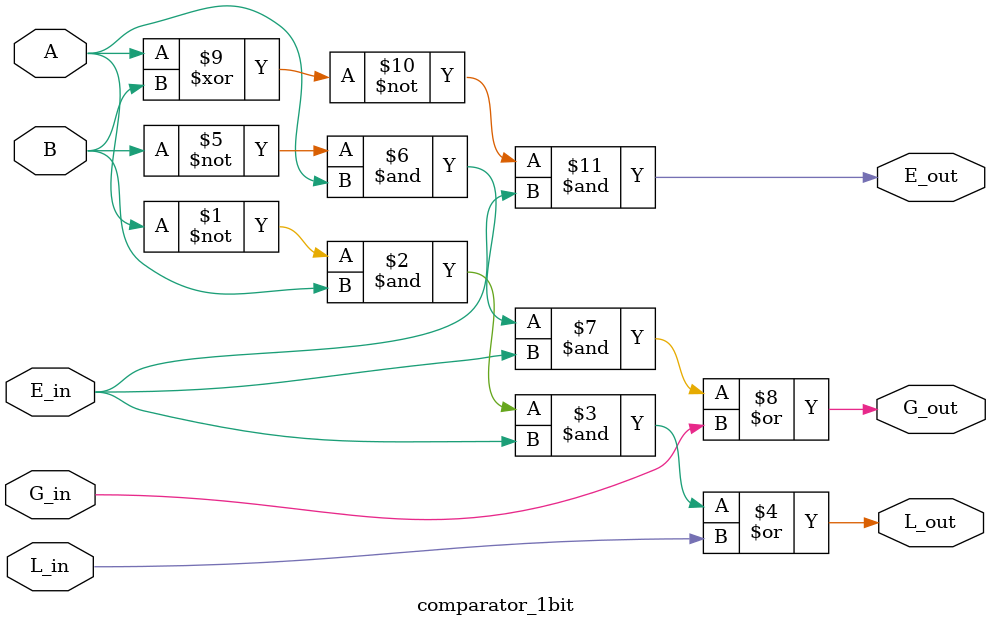
<source format=v>
`timescale 1ns / 1ps


module comparator_1bit(A,B,L_in,G_in,E_in,L_out,G_out,E_out);
input A;
input B;

input L_in;
input E_in;
input G_in;
output L_out;
output G_out;
output E_out;

assign L_out = (~A&B&E_in)|L_in;
assign G_out = (~B&A&E_in)|G_in;
assign E_out = (~(A^B))&E_in;
endmodule

</source>
